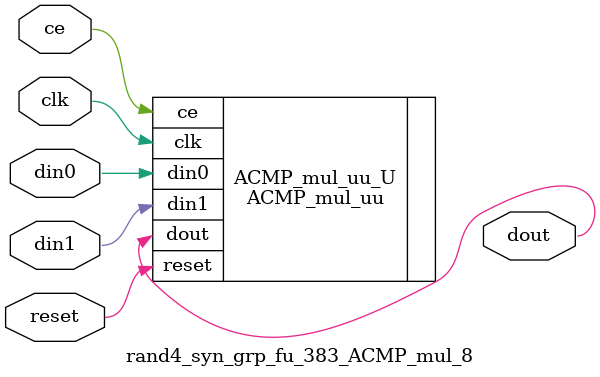
<source format=v>

`timescale 1 ns / 1 ps
module rand4_syn_grp_fu_383_ACMP_mul_8(
    clk,
    reset,
    ce,
    din0,
    din1,
    dout);

parameter ID = 32'd1;
parameter NUM_STAGE = 32'd1;
parameter din0_WIDTH = 32'd1;
parameter din1_WIDTH = 32'd1;
parameter dout_WIDTH = 32'd1;
input clk;
input reset;
input ce;
input[din0_WIDTH - 1:0] din0;
input[din1_WIDTH - 1:0] din1;
output[dout_WIDTH - 1:0] dout;



ACMP_mul_uu #(
.ID( ID ),
.NUM_STAGE( 2 ),
.din0_WIDTH( din0_WIDTH ),
.din1_WIDTH( din1_WIDTH ),
.dout_WIDTH( dout_WIDTH ))
ACMP_mul_uu_U(
    .clk( clk ),
    .reset( reset ),
    .ce( ce ),
    .din0( din0 ),
    .din1( din1 ),
    .dout( dout ));

endmodule

</source>
